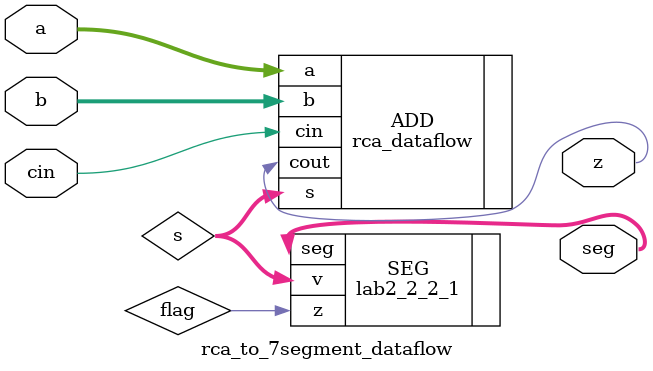
<source format=v>
`timescale 1ns / 1ps


module rca_to_7segment_dataflow(
    input [3:0] a,
    input [3:0] b,
    input cin,
    output z,
    output [6:0] seg
    );
    
    wire flag;
    wire [3:0] s;
    
    rca_dataflow ADD (.a(a), .b(b), .cin(cin), .cout(z), .s(s));
    
    lab2_2_2_1 SEG (.v(s), .z(flag), .seg(seg));
endmodule

</source>
